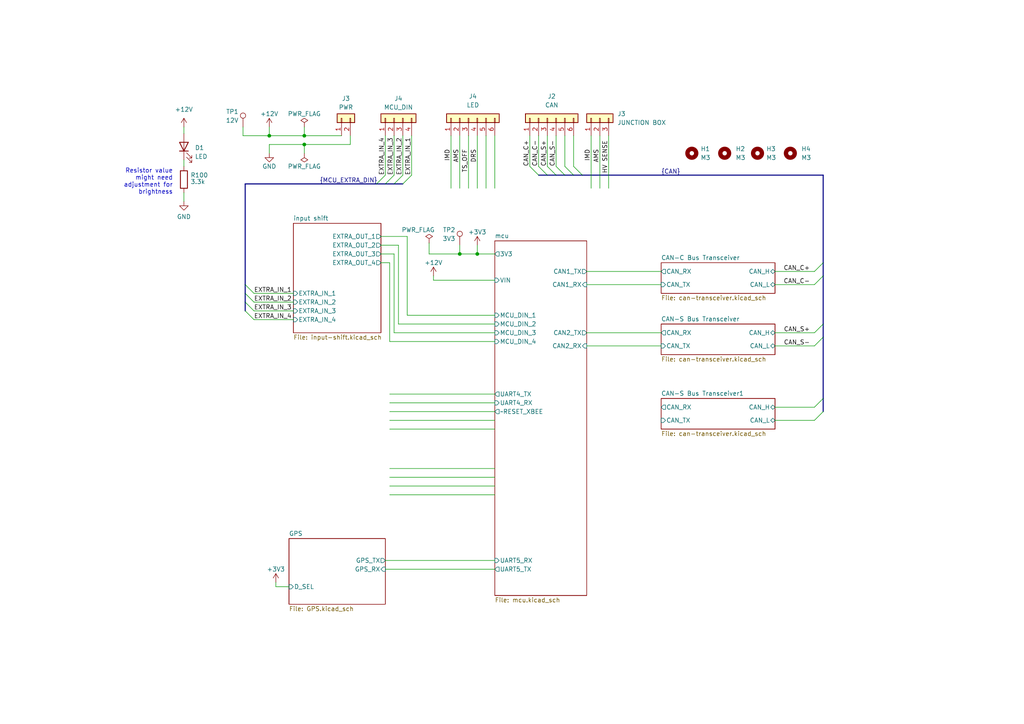
<source format=kicad_sch>
(kicad_sch (version 20211123) (generator eeschema)
  (paper "A4")
  (lib_symbols
    (symbol "Connector:TestPoint" (pin_numbers hide) (pin_names (offset 0.762) hide)
      (property "Reference" "TP" (at 0 6.858 0))
      (property "Value" "TestPoint" (at 0 5.08 0))
      (symbol "TestPoint_0_1"
        (circle (center 0 3.302) (radius 0.762))
      )
      (symbol "TestPoint_1_1"
        (pin passive line (at 0 0 90) (length 2.54) (name "1") (number "1"))
      )
    )
    (symbol "Connector_Generic:Conn_01x02" (pin_names (offset 1.016) hide)
      (property "Reference" "J" (at 0 2.54 0))
      (property "Value" "Conn_01x02" (at 0 -5.08 0))
      (symbol "Conn_01x02_1_1"
        (rectangle (start -1.27 -2.413) (end 0 -2.667) (stroke (width 0.1524)))
        (rectangle (start -1.27 0.127) (end 0 -0.127) (stroke (width 0.1524)))
        (rectangle (start -1.27 1.27) (end 1.27 -3.81) (stroke (width 0.254)) (fill (type background)))
        (pin passive line (at -5.08 0 0) (length 3.81) (name "Pin_1") (number "1"))
        (pin passive line (at -5.08 -2.54 0) (length 3.81) (name "Pin_2") (number "2"))
      )
    )
    (symbol "Connector_Generic:Conn_01x03" (pin_names (offset 1.016) hide)
      (property "Reference" "J" (at 0 5.08 0))
      (property "Value" "Conn_01x03" (at 0 -5.08 0))
      (symbol "Conn_01x03_1_1"
        (rectangle (start -1.27 -2.413) (end 0 -2.667) (stroke (width 0.1524)))
        (rectangle (start -1.27 0.127) (end 0 -0.127) (stroke (width 0.1524)))
        (rectangle (start -1.27 2.667) (end 0 2.413) (stroke (width 0.1524)))
        (rectangle (start -1.27 3.81) (end 1.27 -3.81) (stroke (width 0.254)) (fill (type background)))
        (pin passive line (at -5.08 2.54 0) (length 3.81) (name "Pin_1") (number "1"))
        (pin passive line (at -5.08 0 0) (length 3.81) (name "Pin_2") (number "2"))
        (pin passive line (at -5.08 -2.54 0) (length 3.81) (name "Pin_3") (number "3"))
      )
    )
    (symbol "Connector_Generic:Conn_01x04" (pin_names (offset 1.016) hide)
      (property "Reference" "J" (at 0 5.08 0))
      (property "Value" "Conn_01x04" (at 0 -7.62 0))
      (symbol "Conn_01x04_1_1"
        (rectangle (start -1.27 -4.953) (end 0 -5.207) (stroke (width 0.1524)))
        (rectangle (start -1.27 -2.413) (end 0 -2.667) (stroke (width 0.1524)))
        (rectangle (start -1.27 0.127) (end 0 -0.127) (stroke (width 0.1524)))
        (rectangle (start -1.27 2.667) (end 0 2.413) (stroke (width 0.1524)))
        (rectangle (start -1.27 3.81) (end 1.27 -6.35) (stroke (width 0.254)) (fill (type background)))
        (pin passive line (at -5.08 2.54 0) (length 3.81) (name "Pin_1") (number "1"))
        (pin passive line (at -5.08 0 0) (length 3.81) (name "Pin_2") (number "2"))
        (pin passive line (at -5.08 -2.54 0) (length 3.81) (name "Pin_3") (number "3"))
        (pin passive line (at -5.08 -5.08 0) (length 3.81) (name "Pin_4") (number "4"))
      )
    )
    (symbol "Connector_Generic:Conn_01x06" (pin_names (offset 1.016) hide)
      (property "Reference" "J" (at 0 7.62 0))
      (property "Value" "Conn_01x06" (at 0 -10.16 0))
      (symbol "Conn_01x06_1_1"
        (rectangle (start -1.27 -7.493) (end 0 -7.747) (stroke (width 0.1524)))
        (rectangle (start -1.27 -4.953) (end 0 -5.207) (stroke (width 0.1524)))
        (rectangle (start -1.27 -2.413) (end 0 -2.667) (stroke (width 0.1524)))
        (rectangle (start -1.27 0.127) (end 0 -0.127) (stroke (width 0.1524)))
        (rectangle (start -1.27 2.667) (end 0 2.413) (stroke (width 0.1524)))
        (rectangle (start -1.27 5.207) (end 0 4.953) (stroke (width 0.1524)))
        (rectangle (start -1.27 6.35) (end 1.27 -8.89) (stroke (width 0.254)) (fill (type background)))
        (pin passive line (at -5.08 5.08 0) (length 3.81) (name "Pin_1") (number "1"))
        (pin passive line (at -5.08 2.54 0) (length 3.81) (name "Pin_2") (number "2"))
        (pin passive line (at -5.08 0 0) (length 3.81) (name "Pin_3") (number "3"))
        (pin passive line (at -5.08 -2.54 0) (length 3.81) (name "Pin_4") (number "4"))
        (pin passive line (at -5.08 -5.08 0) (length 3.81) (name "Pin_5") (number "5"))
        (pin passive line (at -5.08 -7.62 0) (length 3.81) (name "Pin_6") (number "6"))
      )
    )
    (symbol "Device:LED" (pin_numbers hide) (pin_names (offset 1.016) hide)
      (property "Reference" "D" (at 0 2.54 0))
      (property "Value" "LED" (at 0 -2.54 0))
      (symbol "LED_0_1"
        (polyline (pts (xy -1.27 -1.27) (xy -1.27 1.27)) (stroke (width 0.254)))
        (polyline (pts (xy -1.27 0) (xy 1.27 0)))
        (polyline (pts (xy 1.27 -1.27) (xy 1.27 1.27) (xy -1.27 0) (xy 1.27 -1.27)) (stroke (width 0.254)))
        (polyline (pts (xy -3.048 -0.762) (xy -4.572 -2.286) (xy -3.81 -2.286) (xy -4.572 -2.286) (xy -4.572 -1.524)))
        (polyline (pts (xy -1.778 -0.762) (xy -3.302 -2.286) (xy -2.54 -2.286) (xy -3.302 -2.286) (xy -3.302 -1.524)))
      )
      (symbol "LED_1_1"
        (pin passive line (at -3.81 0 0) (length 2.54) (name "K") (number "1"))
        (pin passive line (at 3.81 0 180) (length 2.54) (name "A") (number "2"))
      )
    )
    (symbol "Device:R" (pin_numbers hide) (pin_names (offset 0))
      (property "Reference" "R" (at 2.032 0 90))
      (property "Value" "R" (at 0 0 90))
      (symbol "R_0_1"
        (rectangle (start -1.016 -2.54) (end 1.016 2.54) (stroke (width 0.254)))
      )
      (symbol "R_1_1"
        (pin passive line (at 0 3.81 270) (length 1.27) (name "~") (number "1"))
        (pin passive line (at 0 -3.81 90) (length 1.27) (name "~") (number "2"))
      )
    )
    (symbol "Mechanical:MountingHole" (pin_names (offset 1.016))
      (property "Reference" "H" (at 0 5.08 0))
      (property "Value" "MountingHole" (at 0 3.175 0))
      (symbol "MountingHole_0_1"
        (circle (center 0 0) (radius 1.27) (stroke (width 1.27)))
      )
    )
    (symbol "power:+12V" (power) (pin_names (offset 0))
      (property "Value" "+12V" (at 0 3.556 0))
      (symbol "+12V_0_1"
        (polyline (pts (xy -0.762 1.27) (xy 0 2.54)))
        (polyline (pts (xy 0 0) (xy 0 2.54)))
        (polyline (pts (xy 0 2.54) (xy 0.762 1.27)))
      )
      (symbol "+12V_1_1"
        (pin power_in line (at 0 0 90) (length 0) hide (name "+12V") (number "1"))
      )
    )
    (symbol "power:+3V3" (power) (pin_names (offset 0))
      (property "Value" "+3V3" (at 0 3.556 0))
      (symbol "+3V3_0_1"
        (polyline (pts (xy -0.762 1.27) (xy 0 2.54)))
        (polyline (pts (xy 0 0) (xy 0 2.54)))
        (polyline (pts (xy 0 2.54) (xy 0.762 1.27)))
      )
      (symbol "+3V3_1_1"
        (pin power_in line (at 0 0 90) (length 0) hide (name "+3V3") (number "1"))
      )
    )
    (symbol "power:GND" (power) (pin_names (offset 0))
      (property "Value" "GND" (at 0 -3.81 0))
      (symbol "GND_0_1"
        (polyline (pts (xy 0 0) (xy 0 -1.27) (xy 1.27 -1.27) (xy 0 -2.54) (xy -1.27 -1.27) (xy 0 -1.27)))
      )
      (symbol "GND_1_1"
        (pin power_in line (at 0 0 270) (length 0) hide (name "GND") (number "1"))
      )
    )
    (symbol "power:PWR_FLAG" (power) (pin_numbers hide) (pin_names (offset 0) hide)
      (property "Value" "PWR_FLAG" (at 0 3.81 0))
      (symbol "PWR_FLAG_0_0"
        (pin power_out line (at 0 0 90) (length 0) (name "pwr") (number "1"))
      )
      (symbol "PWR_FLAG_0_1"
        (polyline (pts (xy 0 0) (xy 0 1.27) (xy -1.016 1.905) (xy 0 2.54) (xy 1.016 1.905) (xy 0 1.27)))
      )
    )
  )
  (junction (at 78.105 39.37))
  (junction (at 88.265 41.91))
  (junction (at 88.265 39.37))
  (junction (at 138.43 73.66))
  (junction (at 133.35 73.66))
  (bus_entry (at 73.66 85.09) (size -2.54 -2.54))
  (bus_entry (at 166.37 48.26) (size 2.54 2.54))
  (bus_entry (at 119.38 50.8) (size -2.54 2.54))
  (bus_entry (at 111.76 50.8) (size -2.54 2.54))
  (bus_entry (at 238.76 115.57) (size -2.54 2.54))
  (bus_entry (at 116.84 50.8) (size -2.54 2.54))
  (bus_entry (at 163.83 48.26) (size 2.54 2.54))
  (bus_entry (at 73.66 87.63) (size -2.54 -2.54))
  (bus_entry (at 153.67 48.26) (size 2.54 2.54))
  (bus_entry (at 238.76 93.98) (size -2.54 2.54))
  (bus_entry (at 238.76 97.79) (size -2.54 2.54))
  (bus_entry (at 236.22 78.74) (size 2.54 -2.54))
  (bus_entry (at 236.22 82.55) (size 2.54 -2.54))
  (bus_entry (at 156.21 48.26) (size 2.54 2.54))
  (bus_entry (at 161.29 48.26) (size 2.54 2.54))
  (bus_entry (at 158.75 48.26) (size 2.54 2.54))
  (bus_entry (at 73.66 92.71) (size -2.54 -2.54))
  (bus_entry (at 238.76 119.38) (size -2.54 2.54))
  (bus_entry (at 114.3 50.8) (size -2.54 2.54))
  (bus_entry (at 73.66 90.17) (size -2.54 -2.54))
  (wire (pts (xy 170.18 78.74) (xy 191.77 78.74)))
  (wire (pts (xy 143.51 39.37) (xy 143.51 54.61)))
  (wire (pts (xy 110.49 71.12) (xy 115.57 71.12)))
  (wire (pts (xy 85.09 90.17) (xy 73.66 90.17)))
  (wire (pts (xy 224.79 96.52) (xy 236.22 96.52)))
  (wire (pts (xy 113.03 138.43) (xy 143.51 138.43)))
  (wire (pts (xy 111.76 39.37) (xy 111.76 50.8)))
  (bus (pts (xy 238.76 76.2) (xy 238.76 80.01)))
  (bus (pts (xy 71.12 87.63) (xy 71.12 90.17)))
  (wire (pts (xy 113.03 99.06) (xy 143.51 99.06)))
  (bus (pts (xy 238.76 93.98) (xy 238.76 97.79)))
  (wire (pts (xy 143.51 81.28) (xy 125.73 81.28)))
  (wire (pts (xy 83.82 170.18) (xy 80.01 170.18)))
  (wire (pts (xy 53.34 55.88) (xy 53.34 58.42)))
  (wire (pts (xy 113.03 135.89) (xy 143.51 135.89)))
  (bus (pts (xy 163.83 50.8) (xy 166.37 50.8)))
  (wire (pts (xy 88.265 39.37) (xy 99.06 39.37)))
  (wire (pts (xy 140.97 39.37) (xy 140.97 54.61)))
  (wire (pts (xy 224.79 82.55) (xy 236.22 82.55)))
  (wire (pts (xy 70.485 39.37) (xy 78.105 39.37)))
  (bus (pts (xy 71.12 85.09) (xy 71.12 87.63)))
  (bus (pts (xy 168.91 50.8) (xy 238.76 50.8)))
  (wire (pts (xy 153.67 39.37) (xy 153.67 48.26)))
  (wire (pts (xy 156.21 39.37) (xy 156.21 48.26)))
  (wire (pts (xy 133.35 39.37) (xy 133.35 54.61)))
  (wire (pts (xy 114.3 39.37) (xy 114.3 50.8)))
  (bus (pts (xy 71.12 85.09) (xy 71.12 82.55)))
  (wire (pts (xy 80.01 170.18) (xy 80.01 168.91)))
  (wire (pts (xy 124.46 73.66) (xy 124.46 70.485)))
  (wire (pts (xy 110.49 76.2) (xy 113.03 76.2)))
  (wire (pts (xy 88.265 41.91) (xy 101.6 41.91)))
  (wire (pts (xy 111.76 165.1) (xy 143.51 165.1)))
  (wire (pts (xy 85.09 87.63) (xy 73.66 87.63)))
  (wire (pts (xy 113.03 140.97) (xy 143.51 140.97)))
  (wire (pts (xy 163.83 39.37) (xy 163.83 48.26)))
  (wire (pts (xy 113.03 116.84) (xy 143.51 116.84)))
  (bus (pts (xy 156.21 50.8) (xy 158.75 50.8)))
  (wire (pts (xy 170.18 100.33) (xy 191.77 100.33)))
  (wire (pts (xy 78.105 36.83) (xy 78.105 39.37)))
  (wire (pts (xy 101.6 41.91) (xy 101.6 39.37)))
  (wire (pts (xy 143.51 96.52) (xy 114.3 96.52)))
  (bus (pts (xy 158.75 50.8) (xy 161.29 50.8)))
  (wire (pts (xy 130.81 39.37) (xy 130.81 54.61)))
  (wire (pts (xy 78.105 44.45) (xy 78.105 41.91)))
  (wire (pts (xy 85.09 92.71) (xy 73.66 92.71)))
  (wire (pts (xy 173.99 39.37) (xy 173.99 54.61)))
  (wire (pts (xy 113.03 119.38) (xy 143.51 119.38)))
  (wire (pts (xy 70.485 36.83) (xy 70.485 39.37)))
  (wire (pts (xy 118.11 68.58) (xy 110.49 68.58)))
  (wire (pts (xy 78.105 41.91) (xy 88.265 41.91)))
  (bus (pts (xy 238.76 50.8) (xy 238.76 76.2)))
  (wire (pts (xy 115.57 93.98) (xy 143.51 93.98)))
  (wire (pts (xy 113.03 124.46) (xy 143.51 124.46)))
  (wire (pts (xy 114.3 96.52) (xy 114.3 73.66)))
  (wire (pts (xy 135.89 39.37) (xy 135.89 54.61)))
  (wire (pts (xy 224.79 78.74) (xy 236.22 78.74)))
  (wire (pts (xy 138.43 39.37) (xy 138.43 54.61)))
  (bus (pts (xy 238.76 97.79) (xy 238.76 115.57)))
  (wire (pts (xy 85.09 85.09) (xy 73.66 85.09)))
  (wire (pts (xy 53.34 36.83) (xy 53.34 38.735)))
  (wire (pts (xy 224.79 100.33) (xy 236.22 100.33)))
  (wire (pts (xy 111.76 162.56) (xy 143.51 162.56)))
  (wire (pts (xy 138.43 73.66) (xy 143.51 73.66)))
  (wire (pts (xy 176.53 39.37) (xy 176.53 54.61)))
  (bus (pts (xy 161.29 50.8) (xy 163.83 50.8)))
  (wire (pts (xy 161.29 39.37) (xy 161.29 48.26)))
  (bus (pts (xy 71.12 53.34) (xy 109.22 53.34)))
  (wire (pts (xy 171.45 39.37) (xy 171.45 54.61)))
  (wire (pts (xy 114.3 73.66) (xy 110.49 73.66)))
  (bus (pts (xy 238.76 80.01) (xy 238.76 93.98)))
  (wire (pts (xy 113.03 121.92) (xy 143.51 121.92)))
  (bus (pts (xy 238.76 115.57) (xy 238.76 119.38)))
  (bus (pts (xy 114.3 53.34) (xy 116.84 53.34)))
  (wire (pts (xy 113.03 76.2) (xy 113.03 99.06)))
  (wire (pts (xy 53.34 46.355) (xy 53.34 48.26)))
  (wire (pts (xy 166.37 39.37) (xy 166.37 48.26)))
  (wire (pts (xy 170.18 82.55) (xy 191.77 82.55)))
  (wire (pts (xy 224.79 118.11) (xy 236.22 118.11)))
  (wire (pts (xy 115.57 71.12) (xy 115.57 93.98)))
  (wire (pts (xy 119.38 39.37) (xy 119.38 50.8)))
  (bus (pts (xy 71.12 82.55) (xy 71.12 53.34)))
  (wire (pts (xy 133.35 73.66) (xy 133.35 71.12)))
  (wire (pts (xy 133.35 73.66) (xy 138.43 73.66)))
  (wire (pts (xy 224.79 121.92) (xy 236.22 121.92)))
  (wire (pts (xy 78.105 39.37) (xy 88.265 39.37)))
  (wire (pts (xy 143.51 91.44) (xy 118.11 91.44)))
  (wire (pts (xy 158.75 39.37) (xy 158.75 48.26)))
  (wire (pts (xy 88.265 36.83) (xy 88.265 39.37)))
  (bus (pts (xy 111.76 53.34) (xy 109.22 53.34)))
  (bus (pts (xy 166.37 50.8) (xy 168.91 50.8)))
  (wire (pts (xy 118.11 91.44) (xy 118.11 68.58)))
  (wire (pts (xy 88.265 41.91) (xy 88.265 44.45)))
  (wire (pts (xy 116.84 39.37) (xy 116.84 50.8)))
  (wire (pts (xy 138.43 71.12) (xy 138.43 73.66)))
  (wire (pts (xy 170.18 96.52) (xy 191.77 96.52)))
  (wire (pts (xy 125.73 80.01) (xy 125.73 81.28)))
  (wire (pts (xy 133.35 73.66) (xy 124.46 73.66)))
  (wire (pts (xy 113.03 143.51) (xy 143.51 143.51)))
  (wire (pts (xy 113.03 114.3) (xy 143.51 114.3)))
  (bus (pts (xy 111.76 53.34) (xy 114.3 53.34)))
  (text "Resistor value\nmight need\nadjustment for\nbrightness\n" (at 50.165 56.515 180) (effects (font (size 1.27 1.27)) (justify right bottom)))
  (label "EXTRA_IN_4" (at 73.66 92.71 0))
  (label "EXTRA_IN_3" (at 114.3 50.8 90))
  (label "EXTRA_IN_4" (at 111.76 50.8 90))
  (label "{MCU_EXTRA_DIN}" (at 92.71 53.34 0))
  (label "EXTRA_IN_3" (at 73.66 90.17 0))
  (label "IMD" (at 171.45 43.18 270))
  (label "AMS" (at 173.99 43.18 270))
  (label "EXTRA_IN_1" (at 73.66 85.09 0))
  (label "CAN_C-" (at 156.21 48.26 90))
  (label "CAN_S-" (at 234.95 100.33 180))
  (label "CAN_C+" (at 234.95 78.74 180))
  (label "EXTRA_IN_2" (at 73.66 87.63 0))
  (label "CAN_C+" (at 153.67 48.26 90))
  (label "CAN_S-" (at 161.29 48.26 90))
  (label "TS_OFF" (at 135.89 43.18 270))
  (label "CAN_C-" (at 234.95 82.55 180))
  (label "CAN_S+" (at 234.95 96.52 180))
  (label "DRS" (at 138.43 43.18 270))
  (label "HV SENSE" (at 176.53 40.64 270))
  (label "{CAN}" (at 191.77 50.8 0))
  (label "EXTRA_IN_2" (at 116.84 50.8 90))
  (label "EXTRA_IN_1" (at 119.38 50.8 90))
  (label "AMS" (at 133.35 43.18 270))
  (label "CAN_S+" (at 158.75 48.26 90))
  (label "IMD" (at 130.81 43.18 270))
  (symbol (lib_id "Mechanical:MountingHole") (at 200.66 44.45 0) (unit 1)
    (property "Reference" "H1" (at 203.2 43.1799 0) (effects (justify left)))
    (property "Value" "M3" (at 203.2 45.7199 0) (effects (justify left)))
    (property "Footprint" "MountingHole:MountingHole_3.2mm_M3" (effects hide))
    (property "Optional" "False" (effects hide))
  )
  (symbol (lib_id "Connector_Generic:Conn_01x04") (at 114.3 34.29 90) (unit 1)
    (property "Reference" "J4" (at 115.57 28.575 90))
    (property "Value" "MCU_DIN" (at 115.57 31.115 90))
    (property "Footprint" "Connector_Molex:Molex_Micro-Fit_3.0_43650-0415_1x04_P3.00mm_Vertical" (effects hide))
    (property "Optional" "False" (effects hide))
  )
  (symbol (lib_id "Device:R") (at 53.34 52.07 0) (unit 1)
    (property "Reference" "R100" (at 55.245 50.8 0) (effects (justify left)))
    (property "Value" "3.3k" (at 55.245 52.705 0) (effects (justify left)))
    (property "Footprint" "Resistor_SMD:R_0805_2012Metric_Pad1.20x1.40mm_HandSolder" (effects hide))
    (property "Optional" "False" (effects hide))
    (property "Supplier" "Mouser" (effects hide))
  )
  (symbol (lib_id "power:+3V3") (at 138.43 71.12 0) (unit 1)
    (property "Reference" "#PWR0103" (effects hide))
    (property "Value" "+3V3" (at 138.43 67.31 0))
  )
  (symbol (lib_id "power:PWR_FLAG") (at 88.265 44.45 180) (unit 1)
    (property "Reference" "#FLG0101" (effects hide))
    (property "Value" "PWR_FLAG" (at 88.265 48.26 0))
  )
  (symbol (lib_id "Mechanical:MountingHole") (at 219.71 44.45 0) (unit 1)
    (property "Reference" "H3" (at 222.25 43.1799 0) (effects (justify left)))
    (property "Value" "M3" (at 222.25 45.7199 0) (effects (justify left)))
    (property "Footprint" "MountingHole:MountingHole_3.2mm_M3" (effects hide))
    (property "Optional" "False" (effects hide))
  )
  (symbol (lib_id "Mechanical:MountingHole") (at 210.185 44.45 0) (unit 1)
    (property "Reference" "H2" (at 213.36 43.1799 0) (effects (justify left)))
    (property "Value" "M3" (at 213.36 45.7199 0) (effects (justify left)))
    (property "Footprint" "MountingHole:MountingHole_3.2mm_M3" (effects hide))
    (property "Optional" "False" (effects hide))
  )
  (symbol (lib_id "Connector_Generic:Conn_01x02") (at 99.06 34.29 90) (unit 1)
    (property "Reference" "J3" (at 100.33 28.575 90))
    (property "Value" "PWR" (at 100.33 31.115 90))
    (property "Footprint" "Connector_Molex:Molex_Micro-Fit_3.0_43650-0215_1x02_P3.00mm_Vertical" (effects hide))
    (property "Optional" "False" (effects hide))
  )
  (symbol (lib_id "Connector:TestPoint") (at 70.485 36.83 0) (mirror y) (unit 1)
    (property "Reference" "TP1" (at 69.215 32.385 0) (effects (justify left)))
    (property "Value" "12V" (at 69.215 34.925 0) (effects (justify left)))
    (property "Footprint" "TestPoint:TestPoint_Pad_D1.0mm" (effects hide))
  )
  (symbol (lib_id "Device:LED") (at 53.34 42.545 90) (unit 1)
    (property "Reference" "D1" (at 56.515 42.8624 90) (effects (justify right)))
    (property "Value" "LED" (at 56.515 45.4024 90) (effects (justify right)))
    (property "Footprint" "LED_SMD:LED_0805_2012Metric_Pad1.15x1.40mm_HandSolder" (effects hide))
    (property "Supplier" "Mouser" (effects hide))
    (property "Order Code" "743-IN-S85CS5R" (effects hide))
    (property "Optional" "False" (effects hide))
  )
  (symbol (lib_id "power:GND") (at 53.34 58.42 0) (unit 1)
    (property "Reference" "#PWR0117" (effects hide))
    (property "Value" "GND" (at 53.34 62.865 0))
  )
  (symbol (lib_id "Connector_Generic:Conn_01x06") (at 135.89 34.29 90) (unit 1)
    (property "Reference" "J4" (at 137.16 27.94 90))
    (property "Value" "LED" (at 137.16 30.48 90))
  )
  (symbol (lib_id "Connector_Generic:Conn_01x06") (at 158.75 34.29 90) (unit 1)
    (property "Reference" "J2" (at 160.02 27.94 90))
    (property "Value" "CAN" (at 160.02 30.48 90))
    (property "Footprint" "Connector_Molex:Molex_Micro-Fit_3.0_43650-0415_1x04_P3.00mm_Vertical" (effects hide))
  )
  (symbol (lib_id "power:GND") (at 78.105 44.45 0) (unit 1)
    (property "Reference" "#PWR0102" (effects hide))
    (property "Value" "GND" (at 78.105 48.26 0))
  )
  (symbol (lib_id "Mechanical:MountingHole") (at 229.235 44.45 0) (unit 1)
    (property "Reference" "H4" (at 232.41 43.1799 0) (effects (justify left)))
    (property "Value" "M3" (at 232.41 45.7199 0) (effects (justify left)))
    (property "Footprint" "MountingHole:MountingHole_3.2mm_M3" (effects hide))
    (property "Optional" "False" (effects hide))
  )
  (symbol (lib_id "power:+12V") (at 125.73 80.01 0) (unit 1)
    (property "Reference" "#PWR0118" (effects hide))
    (property "Value" "+12V" (at 125.73 76.2 0))
  )
  (symbol (lib_id "Connector:TestPoint") (at 133.35 71.12 0) (mirror y) (unit 1)
    (property "Reference" "TP2" (at 132.08 66.675 0) (effects (justify left)))
    (property "Value" "3V3" (at 132.08 69.215 0) (effects (justify left)))
    (property "Footprint" "TestPoint:TestPoint_Pad_D1.0mm" (effects hide))
  )
  (symbol (lib_id "Connector_Generic:Conn_01x03") (at 173.99 34.29 90) (unit 1)
    (property "Reference" "J3" (at 179.07 33.0199 90) (effects (justify right)))
    (property "Value" "JUNCTION BOX" (at 179.07 35.5599 90) (effects (justify right)))
  )
  (symbol (lib_id "power:PWR_FLAG") (at 88.265 36.83 0) (unit 1)
    (property "Reference" "#FLG0103" (effects hide))
    (property "Value" "PWR_FLAG" (at 88.265 33.02 0))
  )
  (symbol (lib_id "power:+12V") (at 78.105 36.83 0) (unit 1)
    (property "Reference" "#PWR0101" (effects hide))
    (property "Value" "+12V" (at 78.105 33.02 0))
  )
  (symbol (lib_id "power:+3V3") (at 80.01 168.91 0) (unit 1)
    (property "Reference" "#PWR0119" (effects hide))
    (property "Value" "+3V3" (at 80.01 165.1 0))
  )
  (symbol (lib_id "power:+12V") (at 53.34 36.83 0) (unit 1)
    (property "Reference" "#PWR0116" (effects hide))
    (property "Value" "+12V" (at 53.34 31.75 0))
  )
  (symbol (lib_id "power:PWR_FLAG") (at 124.46 70.485 0) (unit 1)
    (property "Reference" "#FLG0102" (effects hide))
    (property "Value" "PWR_FLAG" (at 121.285 66.675 0))
  )
  (sheet (at 143.51 69.85) (size 26.67 102.87) (stroke (width 0.1524))
    (property "Sheet name" "mcu" (at 143.51 69.1384 0) (effects (justify left bottom)))
    (property "Sheet file" "mcu.kicad_sch" (at 143.51 173.3046 0) (effects (justify left top)))
    (pin "3V3" output (at 143.51 73.66 180))
    (pin "UART4_TX" output (at 143.51 114.3 180))
    (pin "VIN" input (at 143.51 81.28 180))
    (pin "UART4_RX" input (at 143.51 116.84 180))
    (pin "CAN2_TX" output (at 170.18 96.52 0))
    (pin "CAN1_RX" input (at 170.18 82.55 0))
    (pin "CAN1_TX" output (at 170.18 78.74 0))
    (pin "CAN2_RX" input (at 170.18 100.33 0))
    (pin "~RESET_XBEE" output (at 143.51 119.38 180))
    (pin "UART5_TX" output (at 143.51 165.1 180))
    (pin "UART5_RX" input (at 143.51 162.56 180))
    (pin "MCU_DIN_4" input (at 143.51 99.06 180))
    (pin "MCU_DIN_3" input (at 143.51 96.52 180))
    (pin "MCU_DIN_2" input (at 143.51 93.98 180))
    (pin "MCU_DIN_1" input (at 143.51 91.44 180))
  )
  (sheet (at 85.09 64.77) (size 25.4 31.75) (stroke (width 0.1524))
    (property "Sheet name" "input shift" (at 85.09 64.0584 0) (effects (justify left bottom)))
    (property "Sheet file" "input-shift.kicad_sch" (at 85.09 97.1046 0) (effects (justify left top)))
    (pin "EXTRA_OUT_1" output (at 110.49 68.58 0))
    (pin "EXTRA_OUT_2" output (at 110.49 71.12 0))
    (pin "EXTRA_IN_1" input (at 85.09 85.09 180))
    (pin "EXTRA_IN_2" input (at 85.09 87.63 180))
    (pin "EXTRA_OUT_4" output (at 110.49 76.2 0))
    (pin "EXTRA_OUT_3" output (at 110.49 73.66 0))
    (pin "EXTRA_IN_4" input (at 85.09 92.71 180))
    (pin "EXTRA_IN_3" input (at 85.09 90.17 180))
  )
  (sheet (at 191.77 93.98) (size 33.02 8.89) (stroke (width 0.1524))
    (property "Sheet name" "CAN-S Bus Transceiver" (at 191.77 93.2684 0) (effects (justify left bottom)))
    (property "Sheet file" "can-transceiver.kicad_sch" (at 191.77 103.4546 0) (effects (justify left top)))
    (pin "CAN_H" bidirectional (at 224.79 96.52 0))
    (pin "CAN_L" bidirectional (at 224.79 100.33 0))
    (pin "CAN_RX" output (at 191.77 96.52 180))
    (pin "CAN_TX" input (at 191.77 100.33 180))
  )
  (sheet (at 191.77 76.2) (size 33.02 8.89) (stroke (width 0.1524))
    (property "Sheet name" "CAN-C Bus Transceiver" (at 191.77 75.4884 0) (effects (justify left bottom)))
    (property "Sheet file" "can-transceiver.kicad_sch" (at 191.77 85.6746 0) (effects (justify left top)))
    (pin "CAN_H" bidirectional (at 224.79 78.74 0))
    (pin "CAN_L" bidirectional (at 224.79 82.55 0))
    (pin "CAN_RX" output (at 191.77 78.74 180))
    (pin "CAN_TX" input (at 191.77 82.55 180))
  )
  (sheet (at 191.77 115.57) (size 33.02 8.89) (stroke (width 0.1524))
    (property "Sheet name" "CAN-S Bus Transceiver1" (at 191.77 114.8584 0) (effects (justify left bottom)))
    (property "Sheet file" "can-transceiver.kicad_sch" (at 191.77 125.0446 0) (effects (justify left top)))
    (pin "CAN_H" bidirectional (at 224.79 118.11 0))
    (pin "CAN_L" bidirectional (at 224.79 121.92 0))
    (pin "CAN_RX" output (at 191.77 118.11 180))
    (pin "CAN_TX" input (at 191.77 121.92 180))
  )
  (sheet (at 83.82 156.21) (size 27.94 19.05) (stroke (width 0.1524))
    (property "Sheet name" "GPS" (at 83.82 155.4984 0) (effects (justify left bottom)))
    (property "Sheet file" "GPS.kicad_sch" (at 83.82 175.8446 0) (effects (justify left top)))
    (pin "GPS_TX" output (at 111.76 162.56 0))
    (pin "GPS_RX" input (at 111.76 165.1 0))
    (pin "D_SEL" input (at 83.82 170.18 180))
  )
)
</source>
